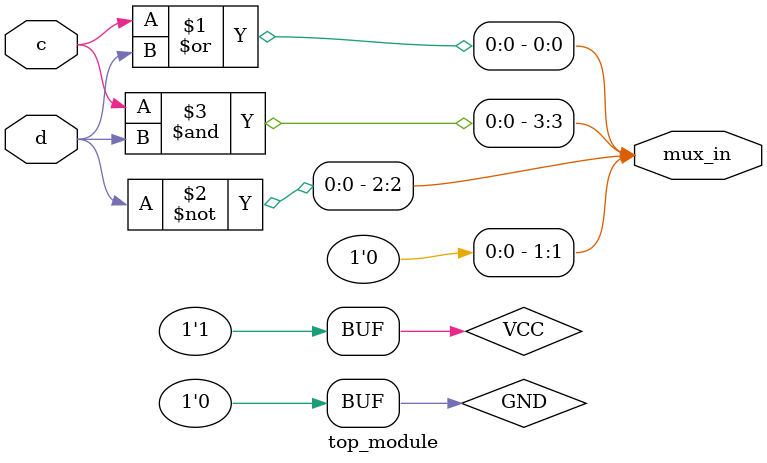
<source format=v>
module top_module (
    input c,
    input d,
    output [3:0] mux_in
); 
    wire	VCC, GND;
    
    assign VCC = 1'b1;
	assign GND = 1'b0;
    
    assign mux_in[0] = c|d;
    assign mux_in[1] = GND;
    assign mux_in[2] = ~d;
    assign mux_in[3] = c&d;
    

endmodule
</source>
